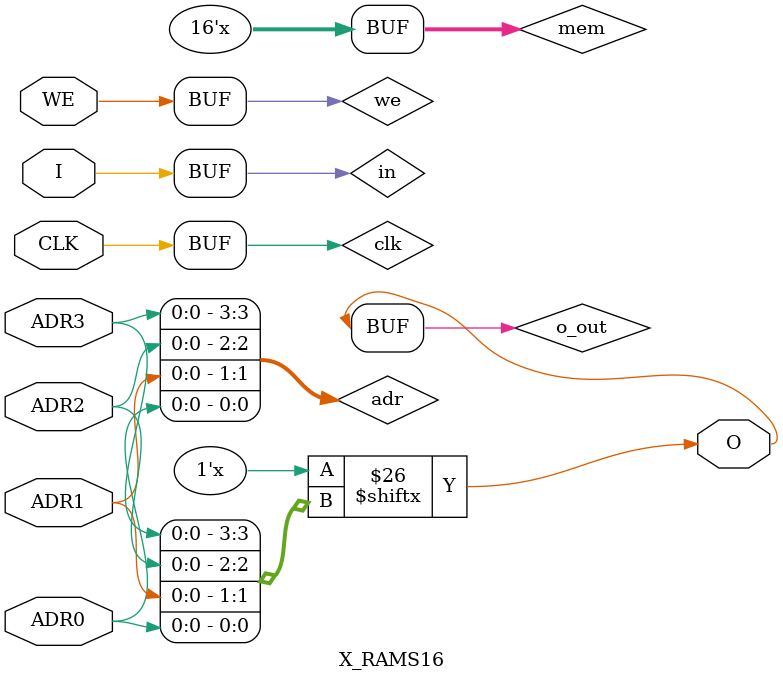
<source format=v>

`timescale 1 ps/1 ps

module X_RAMS16 (O, ADR0, ADR1, ADR2, ADR3, CLK, I, WE);

  parameter INIT = 16'h0000;

  output O;

  input ADR0, ADR1, ADR2, ADR3, CLK, I, WE;

  reg [15:0] mem;
  wire [3:0] adr;

  wire in, we, clk;
  reg o_out;
  reg notifier;

  buf b1 (in, I);
  buf b2 (clk, CLK);
  buf b3 (we ,WE);
  buf b4 (adr[3],ADR3);
  buf b5 (adr[2],ADR2);
  buf b6 (adr[1],ADR1);
  buf b7 (adr[0],ADR0);
  buf b8 (O, o_out);

  initial begin
    mem <= INIT;
  end

  always @(posedge clk) begin
    if (we == 1'b1)
      mem[adr] <= in;
  end

  always @(mem or adr) begin
    o_out <= mem[adr];
  end

  always @(notifier) begin
    mem[adr] <= 1'bx;
  end

  specify

	(CLK => O) = (0:0:0, 0:0:0);
	(ADR0 => O) = (0:0:0, 0:0:0);
	(ADR1 => O) = (0:0:0, 0:0:0);
	(ADR2 => O) = (0:0:0, 0:0:0);
	(ADR3 => O) = (0:0:0, 0:0:0);

	$setuphold (posedge CLK, posedge I &&& WE, 0:0:0, 0:0:0, notifier);
	$setuphold (posedge CLK, negedge I &&& WE, 0:0:0, 0:0:0, notifier);
	$setuphold (posedge CLK, posedge ADR0 &&& WE, 0:0:0, 0:0:0, notifier);
	$setuphold (posedge CLK, negedge ADR0 &&& WE, 0:0:0, 0:0:0, notifier);
	$setuphold (posedge CLK, posedge ADR1 &&& WE, 0:0:0, 0:0:0, notifier);
	$setuphold (posedge CLK, negedge ADR1 &&& WE, 0:0:0, 0:0:0, notifier);
	$setuphold (posedge CLK, posedge ADR2 &&& WE, 0:0:0, 0:0:0, notifier);
	$setuphold (posedge CLK, negedge ADR2 &&& WE, 0:0:0, 0:0:0, notifier);
	$setuphold (posedge CLK, posedge ADR3 &&& WE, 0:0:0, 0:0:0, notifier);
	$setuphold (posedge CLK, negedge ADR3 &&& WE, 0:0:0, 0:0:0, notifier);
	$setuphold (posedge CLK, posedge WE, 0:0:0, 0:0:0, notifier);
	$setuphold (posedge CLK, negedge WE, 0:0:0, 0:0:0, notifier);

	$width (posedge CLK &&& WE, 0:0:0, 0, notifier);
	$width (negedge CLK &&& WE, 0:0:0, 0, notifier);

	specparam PATHPULSE$ = 0;

  endspecify

endmodule

</source>
